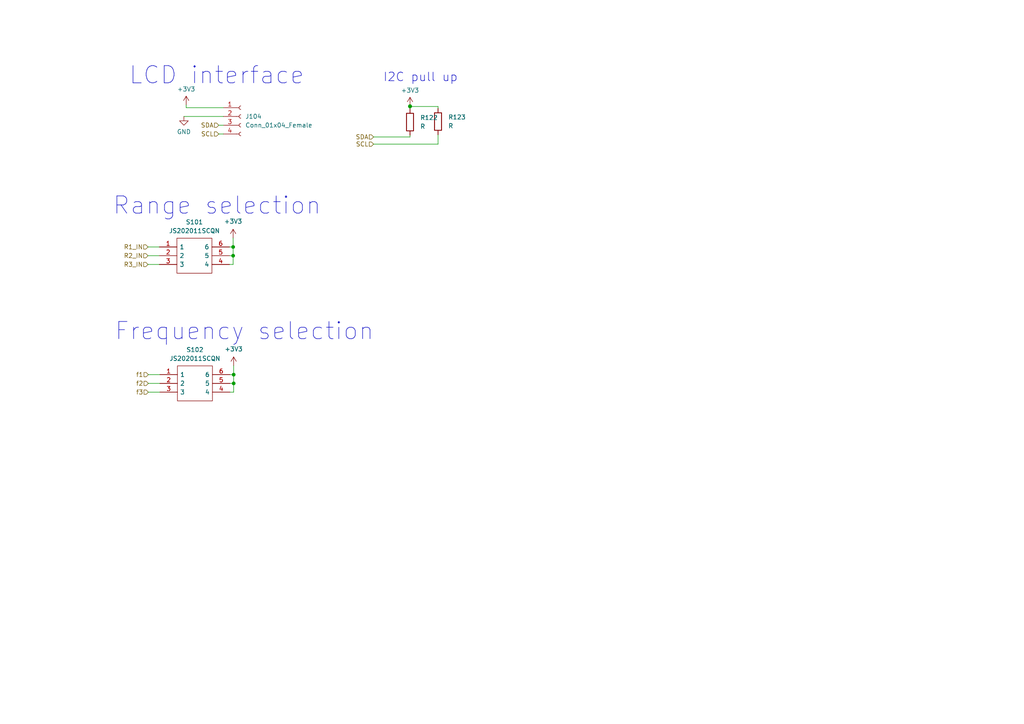
<source format=kicad_sch>
(kicad_sch (version 20211123) (generator eeschema)
  (paper "A4")
  (lib_symbols
    (symbol "Connector:Conn_01x04_Female" (pin_names (offset 1.016) hide)
      (property "Reference" "J" (at 0 5.08 0))
      (property "Value" "Conn_01x04_Female" (at 0 -7.62 0))
      (symbol "Conn_01x04_Female_1_1"
        (arc (start 0 -4.572) (mid -0.508 -5.08) (end 0 -5.588) (stroke (width 0.1524)))
        (arc (start 0 -2.032) (mid -0.508 -2.54) (end 0 -3.048) (stroke (width 0.1524)))
        (polyline (pts (xy -1.27 -5.08) (xy -0.508 -5.08)) (stroke (width 0.1524)))
        (polyline (pts (xy -1.27 -2.54) (xy -0.508 -2.54)) (stroke (width 0.1524)))
        (polyline (pts (xy -1.27 0) (xy -0.508 0)) (stroke (width 0.1524)))
        (polyline (pts (xy -1.27 2.54) (xy -0.508 2.54)) (stroke (width 0.1524)))
        (arc (start 0 0.508) (mid -0.508 0) (end 0 -0.508) (stroke (width 0.1524)))
        (arc (start 0 3.048) (mid -0.508 2.54) (end 0 2.032) (stroke (width 0.1524)))
        (pin passive line (at -5.08 2.54 0) (length 3.81) (name "Pin_1") (number "1"))
        (pin passive line (at -5.08 0 0) (length 3.81) (name "Pin_2") (number "2"))
        (pin passive line (at -5.08 -2.54 0) (length 3.81) (name "Pin_3") (number "3"))
        (pin passive line (at -5.08 -5.08 0) (length 3.81) (name "Pin_4") (number "4"))
      )
    )
    (symbol "Device:R" (pin_numbers hide) (pin_names (offset 0))
      (property "Reference" "R" (at 2.032 0 90))
      (property "Value" "R" (at 0 0 90))
      (symbol "R_0_1"
        (rectangle (start -1.016 -2.54) (end 1.016 2.54) (stroke (width 0.254)))
      )
      (symbol "R_1_1"
        (pin passive line (at 0 3.81 270) (length 1.27) (name "~") (number "1"))
        (pin passive line (at 0 -3.81 90) (length 1.27) (name "~") (number "2"))
      )
    )
    (symbol "SamacSys_Parts:JS202011SCQN" (pin_names (offset 0.762))
      (property "Reference" "S" (at 16.51 7.62 0))
      (property "Value" "JS202011SCQN" (at 16.51 5.08 0))
      (symbol "JS202011SCQN_0_0"
        (pin passive line (at 0 0 0) (length 5.08) (name "1") (number "1"))
        (pin passive line (at 0 -2.54 0) (length 5.08) (name "2") (number "2"))
        (pin passive line (at 0 -5.08 0) (length 5.08) (name "3") (number "3"))
        (pin passive line (at 20.32 -5.08 180) (length 5.08) (name "4") (number "4"))
        (pin passive line (at 20.32 -2.54 180) (length 5.08) (name "5") (number "5"))
        (pin passive line (at 20.32 0 180) (length 5.08) (name "6") (number "6"))
      )
      (symbol "JS202011SCQN_0_1"
        (polyline (pts (xy 5.08 2.54) (xy 15.24 2.54) (xy 15.24 -7.62) (xy 5.08 -7.62) (xy 5.08 2.54)) (stroke (width 0.1524)))
      )
    )
    (symbol "power:+3V3" (power) (pin_names (offset 0))
      (property "Value" "+3V3" (at 0 3.556 0))
      (symbol "+3V3_0_1"
        (polyline (pts (xy -0.762 1.27) (xy 0 2.54)))
        (polyline (pts (xy 0 0) (xy 0 2.54)))
        (polyline (pts (xy 0 2.54) (xy 0.762 1.27)))
      )
      (symbol "+3V3_1_1"
        (pin power_in line (at 0 0 90) (length 0) hide (name "+3V3") (number "1"))
      )
    )
    (symbol "power:GND" (power) (pin_names (offset 0))
      (property "Value" "GND" (at 0 -3.81 0))
      (symbol "GND_0_1"
        (polyline (pts (xy 0 0) (xy 0 -1.27) (xy 1.27 -1.27) (xy 0 -2.54) (xy -1.27 -1.27) (xy 0 -1.27)))
      )
      (symbol "GND_1_1"
        (pin power_in line (at 0 0 270) (length 0) hide (name "GND") (number "1"))
      )
    )
  )
  (junction (at 67.6148 74.168))
  (junction (at 67.7672 108.6612))
  (junction (at 118.9228 30.8864))
  (junction (at 118.9228 30.7848))
  (junction (at 67.6148 71.628))
  (junction (at 67.7672 111.2012))
  (wire (pts (xy 43.0276 111.2012) (xy 46.3804 111.2012)))
  (wire (pts (xy 67.7672 111.2012) (xy 67.7672 113.7412)))
  (wire (pts (xy 42.926 74.168) (xy 46.228 74.168)))
  (wire (pts (xy 118.9228 30.8864) (xy 118.9228 31.5976)))
  (wire (pts (xy 127.0508 31.4452) (xy 127.0508 30.8864)))
  (wire (pts (xy 54.0004 30.4292) (xy 54.0004 31.242)))
  (wire (pts (xy 43.0276 108.6612) (xy 46.3804 108.6612)))
  (wire (pts (xy 67.6148 69.0372) (xy 67.6148 71.628)))
  (wire (pts (xy 108.3564 41.8084) (xy 127.0508 41.8084)))
  (wire (pts (xy 64.77 31.242) (xy 54.0004 31.242)))
  (wire (pts (xy 67.7672 108.6612) (xy 67.7672 106.0704)))
  (wire (pts (xy 66.7004 108.6612) (xy 67.7672 108.6612)))
  (wire (pts (xy 118.9228 30.7848) (xy 118.9228 30.8864)))
  (wire (pts (xy 67.6148 71.628) (xy 67.6148 74.168)))
  (wire (pts (xy 108.3564 39.7256) (xy 118.9228 39.7256)))
  (wire (pts (xy 67.7672 108.6612) (xy 67.7672 111.2012)))
  (wire (pts (xy 42.926 71.628) (xy 46.228 71.628)))
  (wire (pts (xy 63.4492 36.322) (xy 64.77 36.322)))
  (wire (pts (xy 66.548 71.628) (xy 67.6148 71.628)))
  (wire (pts (xy 127.0508 39.0652) (xy 127.0508 41.8084)))
  (wire (pts (xy 66.548 76.708) (xy 67.6148 76.708)))
  (wire (pts (xy 66.7004 111.2012) (xy 67.7672 111.2012)))
  (wire (pts (xy 63.4492 38.862) (xy 64.77 38.862)))
  (wire (pts (xy 118.9228 39.2176) (xy 118.9228 39.7256)))
  (wire (pts (xy 66.7004 113.7412) (xy 67.7672 113.7412)))
  (wire (pts (xy 118.9228 30.8864) (xy 127.0508 30.8864)))
  (wire (pts (xy 67.6148 74.168) (xy 67.6148 76.708)))
  (wire (pts (xy 66.548 74.168) (xy 67.6148 74.168)))
  (wire (pts (xy 53.34 33.782) (xy 64.77 33.782)))
  (wire (pts (xy 42.926 76.708) (xy 46.228 76.708)))
  (wire (pts (xy 43.0276 113.7412) (xy 46.3804 113.7412)))
  (text "I2C pull up\n" (at 111.0996 23.9776 0) (effects (font (size 2.5 2.5)) (justify left bottom)))
  (text "LCD interface" (at 37.2872 24.892 0) (effects (font (size 5 5)) (justify left bottom)))
  (text "Frequency selection" (at 33.1724 99.1108 0) (effects (font (size 5 5)) (justify left bottom)))
  (text "Range selection" (at 32.6136 62.6872 0) (effects (font (size 5 5)) (justify left bottom)))
  (hierarchical_label "SCL" (shape input) (at 108.3564 41.8084 180))
  (hierarchical_label "f1" (shape input) (at 43.0276 108.6612 180))
  (hierarchical_label "R2_IN" (shape input) (at 42.926 74.168 180))
  (hierarchical_label "R3_IN" (shape input) (at 42.926 76.708 180))
  (hierarchical_label "SDA" (shape input) (at 63.4492 36.322 180))
  (hierarchical_label "f3" (shape input) (at 43.0276 113.7412 180))
  (hierarchical_label "R1_IN" (shape input) (at 42.926 71.628 180))
  (hierarchical_label "f2" (shape input) (at 43.0276 111.2012 180))
  (hierarchical_label "SCL" (shape input) (at 63.4492 38.862 180))
  (hierarchical_label "SDA" (shape input) (at 108.3564 39.7256 180))
  (symbol (lib_id "power:+3V3") (at 67.7672 106.0704 0) (unit 1)
    (property "Reference" "#PWR0164" (effects hide))
    (property "Value" "+3V3" (at 67.7672 101.2444 0))
  )
  (symbol (lib_id "Device:R") (at 127.0508 35.2552 0) (unit 1)
    (property "Reference" "R123" (at 129.9972 33.9851 0) (effects (justify left)))
    (property "Value" "R" (at 129.9972 36.5251 0) (effects (justify left)))
    (property "Footprint" "Resistor_SMD:R_1206_3216Metric" (effects hide))
  )
  (symbol (lib_id "power:+3V3") (at 67.6148 69.0372 0) (unit 1)
    (property "Reference" "#PWR0163" (effects hide))
    (property "Value" "+3V3" (at 67.6148 64.2112 0))
  )
  (symbol (lib_id "SamacSys_Parts:JS202011SCQN") (at 46.228 71.628 0) (unit 1)
    (property "Reference" "S101" (at 56.388 64.4144 0))
    (property "Value" "JS202011SCQN" (at 56.388 66.9544 0))
    (property "Footprint" "JS202011SCQN" (effects hide))
    (property "Datasheet" "https://www.ckswitches.com/media/1422/js.pdf" (effects hide))
    (property "Description" "Sub miniature slide switches" (effects hide))
    (property "Height" "5.5" (effects hide))
    (property "Manufacturer_Name" "C & K COMPONENTS" (effects hide))
    (property "Manufacturer_Part_Number" "JS202011SCQN" (effects hide))
    (property "Mouser Part Number" "611-JS202011SCQN" (effects hide))
    (property "Mouser Price/Stock" "https://www.mouser.co.uk/ProductDetail/CK/JS202011SCQN?qs=LgMIjt8LuD95JYWxZ7NvZA%3D%3D" (effects hide))
    (property "Arrow Part Number" "JS202011SCQN" (effects hide))
    (property "Arrow Price/Stock" "https://www.arrow.com/en/products/js202011scqn/ck?region=nac" (effects hide))
  )
  (symbol (lib_id "SamacSys_Parts:JS202011SCQN") (at 46.3804 108.6612 0) (unit 1)
    (property "Reference" "S102" (at 56.5404 101.4476 0))
    (property "Value" "JS202011SCQN" (at 56.5404 103.9876 0))
    (property "Footprint" "JS202011SCQN" (effects hide))
    (property "Datasheet" "https://www.ckswitches.com/media/1422/js.pdf" (effects hide))
    (property "Description" "Sub miniature slide switches" (effects hide))
    (property "Height" "5.5" (effects hide))
    (property "Manufacturer_Name" "C & K COMPONENTS" (effects hide))
    (property "Manufacturer_Part_Number" "JS202011SCQN" (effects hide))
    (property "Mouser Part Number" "611-JS202011SCQN" (effects hide))
    (property "Mouser Price/Stock" "https://www.mouser.co.uk/ProductDetail/CK/JS202011SCQN?qs=LgMIjt8LuD95JYWxZ7NvZA%3D%3D" (effects hide))
    (property "Arrow Part Number" "JS202011SCQN" (effects hide))
    (property "Arrow Price/Stock" "https://www.arrow.com/en/products/js202011scqn/ck?region=nac" (effects hide))
  )
  (symbol (lib_id "power:GND") (at 53.34 33.782 0) (unit 1)
    (property "Reference" "#PWR0161" (effects hide))
    (property "Value" "GND" (at 53.34 38.227 0))
  )
  (symbol (lib_id "Device:R") (at 118.9228 35.4076 0) (unit 1)
    (property "Reference" "R122" (at 121.8692 34.1375 0) (effects (justify left)))
    (property "Value" "R" (at 121.8692 36.6775 0) (effects (justify left)))
    (property "Footprint" "Resistor_SMD:R_1206_3216Metric" (effects hide))
  )
  (symbol (lib_id "power:+3V3") (at 54.0004 30.4292 0) (unit 1)
    (property "Reference" "#PWR0162" (effects hide))
    (property "Value" "+3V3" (at 54.0004 25.8572 0))
  )
  (symbol (lib_id "power:+3V3") (at 118.9228 30.7848 0) (unit 1)
    (property "Reference" "#PWR0165" (effects hide))
    (property "Value" "+3V3" (at 118.9228 26.2128 0))
  )
  (symbol (lib_id "Connector:Conn_01x04_Female") (at 69.85 33.782 0) (unit 1)
    (property "Reference" "J104" (at 71.12 33.7819 0) (effects (justify left)))
    (property "Value" "Conn_01x04_Female" (at 71.12 36.3219 0) (effects (justify left)))
    (property "Footprint" "Connector_PinHeader_2.54mm:PinHeader_1x04_P2.54mm_Vertical_SMD_Pin1Left" (effects hide))
  )
)
</source>
